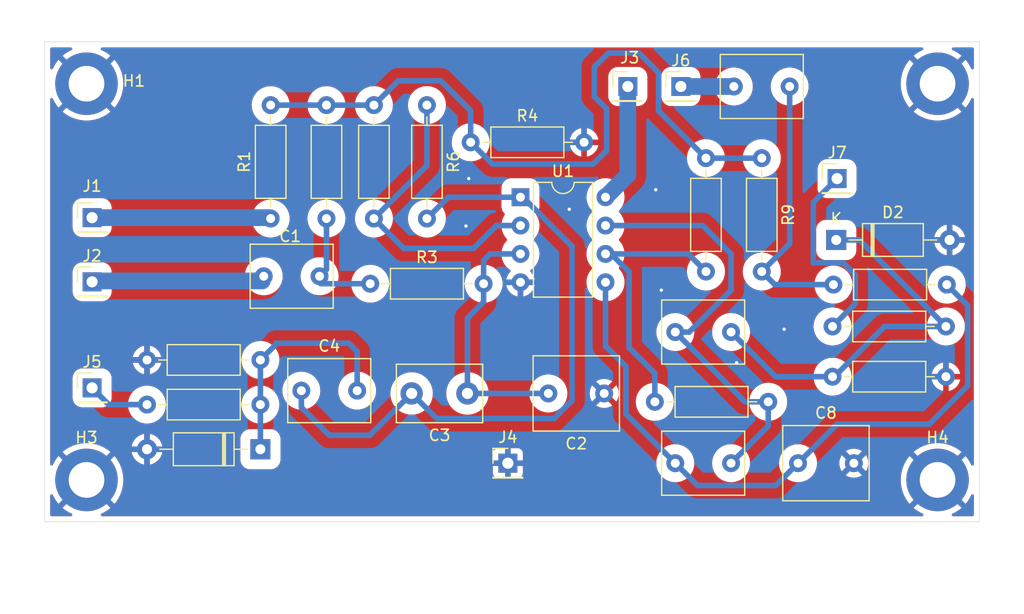
<source format=kicad_pcb>
(kicad_pcb (version 20240108) (generator "pcbnew") (generator_version "8.0")
  (layers (0 "F.Cu" signal) (31 "B.Cu" signal) (34 "B.Paste" user) (35 "F.Paste" user) (36 "B.SilkS" user "B.Silkscreen") (37 "F.SilkS" user "F.Silkscreen") (38 "B.Mask" user) (39 "F.Mask" user) (44 "Edge.Cuts" user))
  (net 0 "")
  (net 1 "GND")
  (net 2 "Net-(J1-Pin_1)")
  (net 3 "Net-(J2-Pin_1)")
  (net 4 "Net-(R1-Pad2)")
  (net 5 "Net-(C1-Pad2)")
  (net 6 "Net-(U1A--)")
  (net 7 "Net-(U1A-+)")
  (net 8 "Net-(C3-Pad2)")
  (net 9 "Net-(J3-Pin_1)")
  (net 10 "Net-(C6-Pad2)")
  (net 11 "Net-(J5-Pin_1)")
  (net 12 "Net-(C5-Pad2)")
  (net 13 "Net-(U1B-+)")
  (net 14 "Net-(D1-K)")
  (net 15 "Net-(D2-K)")
  (net 16 "Net-(J6-Pin_1)")
  (net 17 "Net-(J7-Pin_1)")
  (net 18 "Net-(U1B--)")
  (footprint "Connector_PinHeader_2.54mm:PinHeader_1x01_P2.54mm_Vertical" (layer "F.Cu") (at 142.75 91)
    (property "Reference" "J7" (at 0 -2.33 0) (layer "F.SilkS"))
    (property "Value" "Conn_01x01_Pin" (hide yes))
    (fp_line (start -1.33 -1.33) (end 0 -1.33) (stroke (width 0.12)) (layer "F.SilkS"))
    (fp_line (start -1.33 0) (end -1.33 -1.33) (stroke (width 0.12)) (layer "F.SilkS"))
    (fp_line (start -1.33 1.27) (end -1.33 1.33) (stroke (width 0.12)) (layer "F.SilkS"))
    (fp_line (start -1.33 1.27) (end 1.33 1.27) (stroke (width 0.12)) (layer "F.SilkS"))
    (fp_line (start -1.33 1.33) (end 1.33 1.33) (stroke (width 0.12)) (layer "F.SilkS"))
    (fp_line (start 1.33 1.27) (end 1.33 1.33) (stroke (width 0.12)) (layer "F.SilkS"))
    (pad "1" thru_hole rect (at 0 0) (size 1.7 1.7) (drill 1) (layers "*.Cu" "*.Mask") (net 17 "Net-(J7-Pin_1)"))
  )
  (footprint "Diode_THT:D_A-405_P10.16mm_Horizontal" (layer "F.Cu") (at 142.67 96.5)
    (property "Reference" "D2" (at 5.08 -2.47 0) (layer "F.SilkS"))
    (property "Value" "D_Zener" (hide yes))
    (fp_line (start 1.14 0) (end 2.36 0) (stroke (width 0.12)) (layer "F.SilkS"))
    (fp_line (start 2.36 -1.47) (end 2.36 1.47) (stroke (width 0.12)) (layer "F.SilkS"))
    (fp_line (start 2.36 1.47) (end 7.8 1.47) (stroke (width 0.12)) (layer "F.SilkS"))
    (fp_line (start 3.14 -1.47) (end 3.14 1.47) (stroke (width 0.12)) (layer "F.SilkS"))
    (fp_line (start 3.26 -1.47) (end 3.26 1.47) (stroke (width 0.12)) (layer "F.SilkS"))
    (fp_line (start 3.38 -1.47) (end 3.38 1.47) (stroke (width 0.12)) (layer "F.SilkS"))
    (fp_line (start 7.8 -1.47) (end 2.36 -1.47) (stroke (width 0.12)) (layer "F.SilkS"))
    (fp_line (start 7.8 1.47) (end 7.8 -1.47) (stroke (width 0.12)) (layer "F.SilkS"))
    (fp_line (start 9.02 0) (end 7.8 0) (stroke (width 0.12)) (layer "F.SilkS"))
    (fp_text user "K" (at 0 -1.9 0) (layer "F.SilkS"))
    (pad "1" thru_hole rect (at 0 0) (size 1.8 1.8) (drill 0.9) (layers "*.Cu" "*.Mask") (net 15 "Net-(D2-K)"))
    (pad "2" thru_hole oval (at 10.16 0) (size 1.8 1.8) (drill 0.9) (layers "*.Cu" "*.Mask") (net 1 "GND"))
  )
  (footprint "Resistor_THT:R_Axial_DIN0207_L6.3mm_D2.5mm_P10.16mm_Horizontal" (layer "F.Cu") (at 142.42 100.5)
    (property "Reference" "R14" (hide yes))
    (property "Value" "20 K")
    (fp_line (start 1.04 0) (end 1.81 0) (stroke (width 0.12)) (layer "F.SilkS"))
    (fp_line (start 1.81 -1.37) (end 1.81 1.37) (stroke (width 0.12)) (layer "F.SilkS"))
    (fp_line (start 1.81 1.37) (end 8.35 1.37) (stroke (width 0.12)) (layer "F.SilkS"))
    (fp_line (start 8.35 -1.37) (end 1.81 -1.37) (stroke (width 0.12)) (layer "F.SilkS"))
    (fp_line (start 8.35 1.37) (end 8.35 -1.37) (stroke (width 0.12)) (layer "F.SilkS"))
    (fp_line (start 9.12 0) (end 8.35 0) (stroke (width 0.12)) (layer "F.SilkS"))
    (pad "1" thru_hole circle (at 0 0) (size 1.6 1.6) (drill 0.8) (layers "*.Cu" "*.Mask") (net 12 "Net-(C5-Pad2)"))
    (pad "2" thru_hole oval (at 10.16 0) (size 1.6 1.6) (drill 0.8) (layers "*.Cu" "*.Mask") (net 13 "Net-(U1B-+)"))
  )
  (footprint "Resistor_THT:R_Axial_DIN0207_L6.3mm_D2.5mm_P10.16mm_Horizontal" (layer "F.Cu") (at 101.25 94.58 90)
    (property "Reference" "R5" (hide yes))
    (property "Value" "10 K")
    (fp_line (start 8.35 -1.37) (end 1.81 -1.37) (stroke (width 0.12)) (layer "F.SilkS"))
    (fp_line (start 1.81 -1.37) (end 1.81 1.37) (stroke (width 0.12)) (layer "F.SilkS"))
    (fp_line (start 9.12 0) (end 8.35 0) (stroke (width 0.12)) (layer "F.SilkS"))
    (fp_line (start 1.04 0) (end 1.81 0) (stroke (width 0.12)) (layer "F.SilkS"))
    (fp_line (start 8.35 1.37) (end 8.35 -1.37) (stroke (width 0.12)) (layer "F.SilkS"))
    (fp_line (start 1.81 1.37) (end 8.35 1.37) (stroke (width 0.12)) (layer "F.SilkS"))
    (pad "1" thru_hole circle (at 0 0 90) (size 1.6 1.6) (drill 0.8) (layers "*.Cu" "*.Mask") (net 6 "Net-(U1A--)"))
    (pad "2" thru_hole oval (at 10.16 0 90) (size 1.6 1.6) (drill 0.8) (layers "*.Cu" "*.Mask") (net 4 "Net-(R1-Pad2)"))
  )
  (footprint "Resistor_THT:R_Axial_DIN0207_L6.3mm_D2.5mm_P10.16mm_Horizontal" (layer "F.Cu") (at 91.08 107.25 180)
    (property "Reference" "R7" (hide yes))
    (property "Value" "10 K")
    (fp_line (start 9.12 0) (end 8.35 0) (stroke (width 0.12)) (layer "F.SilkS"))
    (fp_line (start 8.35 1.37) (end 8.35 -1.37) (stroke (width 0.12)) (layer "F.SilkS"))
    (fp_line (start 8.35 -1.37) (end 1.81 -1.37) (stroke (width 0.12)) (layer "F.SilkS"))
    (fp_line (start 1.81 1.37) (end 8.35 1.37) (stroke (width 0.12)) (layer "F.SilkS"))
    (fp_line (start 1.81 -1.37) (end 1.81 1.37) (stroke (width 0.12)) (layer "F.SilkS"))
    (fp_line (start 1.04 0) (end 1.81 0) (stroke (width 0.12)) (layer "F.SilkS"))
    (pad "1" thru_hole circle (at 0 0 180) (size 1.6 1.6) (drill 0.8) (layers "*.Cu" "*.Mask") (net 14 "Net-(D1-K)"))
    (pad "2" thru_hole oval (at 10.16 0 180) (size 1.6 1.6) (drill 0.8) (layers "*.Cu" "*.Mask") (net 1 "GND"))
  )
  (footprint "Resistor_THT:R_Axial_DIN0207_L6.3mm_D2.5mm_P10.16mm_Horizontal" (layer "F.Cu") (at 142.34 104.25)
    (property "Reference" "R13" (hide yes))
    (property "Value" "10 K")
    (fp_line (start 1.04 0) (end 1.81 0) (stroke (width 0.12)) (layer "F.SilkS"))
    (fp_line (start 1.81 -1.37) (end 1.81 1.37) (stroke (width 0.12)) (layer "F.SilkS"))
    (fp_line (start 1.81 1.37) (end 8.35 1.37) (stroke (width 0.12)) (layer "F.SilkS"))
    (fp_line (start 8.35 -1.37) (end 1.81 -1.37) (stroke (width 0.12)) (layer "F.SilkS"))
    (fp_line (start 8.35 1.37) (end 8.35 -1.37) (stroke (width 0.12)) (layer "F.SilkS"))
    (fp_line (start 9.12 0) (end 8.35 0) (stroke (width 0.12)) (layer "F.SilkS"))
    (pad "1" thru_hole circle (at 0 0) (size 1.6 1.6) (drill 0.8) (layers "*.Cu" "*.Mask") (net 17 "Net-(J7-Pin_1)"))
    (pad "2" thru_hole oval (at 10.16 0) (size 1.6 1.6) (drill 0.8) (layers "*.Cu" "*.Mask") (net 15 "Net-(D2-K)"))
  )
  (footprint "Resistor_THT:R_Axial_DIN0207_L6.3mm_D2.5mm_P10.16mm_Horizontal" (layer "F.Cu") (at 142.34 108.75)
    (property "Reference" "R12" (hide yes))
    (property "Value" "10 K")
    (fp_line (start 1.04 0) (end 1.81 0) (stroke (width 0.12)) (layer "F.SilkS"))
    (fp_line (start 1.81 -1.37) (end 1.81 1.37) (stroke (width 0.12)) (layer "F.SilkS"))
    (fp_line (start 1.81 1.37) (end 8.35 1.37) (stroke (width 0.12)) (layer "F.SilkS"))
    (fp_line (start 8.35 -1.37) (end 1.81 -1.37) (stroke (width 0.12)) (layer "F.SilkS"))
    (fp_line (start 8.35 1.37) (end 8.35 -1.37) (stroke (width 0.12)) (layer "F.SilkS"))
    (fp_line (start 9.12 0) (end 8.35 0) (stroke (width 0.12)) (layer "F.SilkS"))
    (pad "1" thru_hole circle (at 0 0) (size 1.6 1.6) (drill 0.8) (layers "*.Cu" "*.Mask") (net 15 "Net-(D2-K)"))
    (pad "2" thru_hole oval (at 10.16 0) (size 1.6 1.6) (drill 0.8) (layers "*.Cu" "*.Mask") (net 1 "GND"))
  )
  (footprint "Resistor_THT:R_Axial_DIN0207_L6.3mm_D2.5mm_P10.16mm_Horizontal" (layer "F.Cu") (at 80.92 111.25)
    (property "Reference" "R8" (hide yes))
    (property "Value" "10 K")
    (fp_line (start 1.04 0) (end 1.81 0) (stroke (width 0.12)) (layer "F.SilkS"))
    (fp_line (start 1.81 -1.37) (end 1.81 1.37) (stroke (width 0.12)) (layer "F.SilkS"))
    (fp_line (start 1.81 1.37) (end 8.35 1.37) (stroke (width 0.12)) (layer "F.SilkS"))
    (fp_line (start 8.35 -1.37) (end 1.81 -1.37) (stroke (width 0.12)) (layer "F.SilkS"))
    (fp_line (start 8.35 1.37) (end 8.35 -1.37) (stroke (width 0.12)) (layer "F.SilkS"))
    (fp_line (start 9.12 0) (end 8.35 0) (stroke (width 0.12)) (layer "F.SilkS"))
    (pad "1" thru_hole circle (at 0 0) (size 1.6 1.6) (drill 0.8) (layers "*.Cu" "*.Mask") (net 11 "Net-(J5-Pin_1)"))
    (pad "2" thru_hole oval (at 10.16 0) (size 1.6 1.6) (drill 0.8) (layers "*.Cu" "*.Mask") (net 14 "Net-(D1-K)"))
  )
  (footprint "Capacitor_THT:C_Rect_L7.5mm_W6.5mm_P5.00mm" (layer "F.Cu") (at 139.25 116.5)
    (property "Reference" "C8" (at 2.5 -4.5 0) (layer "F.SilkS"))
    (property "Value" "20 nF")
    (fp_line (start -1.37 -3.37) (end -1.37 3.37) (stroke (width 0.12)) (layer "F.SilkS"))
    (fp_line (start -1.37 -3.37) (end 6.37 -3.37) (stroke (width 0.12)) (layer "F.SilkS"))
    (fp_line (start -1.37 3.37) (end 6.37 3.37) (stroke (width 0.12)) (layer "F.SilkS"))
    (fp_line (start 6.37 -3.37) (end 6.37 3.37) (stroke (width 0.12)) (layer "F.SilkS"))
    (pad "1" thru_hole circle (at 0 0) (size 1.6 1.6) (drill 0.8) (layers "*.Cu" "*.Mask") (net 13 "Net-(U1B-+)"))
    (pad "2" thru_hole circle (at 5 0) (size 1.6 1.6) (drill 0.8) (layers "*.Cu" "*.Mask") (net 1 "GND"))
  )
  (footprint "Connector_PinHeader_2.54mm:PinHeader_1x01_P2.54mm_Vertical" (layer "F.Cu") (at 124 82.75)
    (property "Reference" "J3" (at 0.17 -2.58 0) (layer "F.SilkS"))
    (property "Value" "Conn_01x01_Pin" (hide yes))
    (fp_line (start -1.33 -1.33) (end 0 -1.33) (stroke (width 0.12)) (layer "F.SilkS"))
    (fp_line (start -1.33 0) (end -1.33 -1.33) (stroke (width 0.12)) (layer "F.SilkS"))
    (fp_line (start -1.33 1.27) (end -1.33 1.33) (stroke (width 0.12)) (layer "F.SilkS"))
    (fp_line (start -1.33 1.27) (end 1.33 1.27) (stroke (width 0.12)) (layer "F.SilkS"))
    (fp_line (start -1.33 1.33) (end 1.33 1.33) (stroke (width 0.12)) (layer "F.SilkS"))
    (fp_line (start 1.33 1.27) (end 1.33 1.33) (stroke (width 0.12)) (layer "F.SilkS"))
    (pad "1" thru_hole rect (at 0 0) (size 1.7 1.7) (drill 1) (layers "*.Cu" "*.Mask") (net 9 "Net-(J3-Pin_1)"))
  )
  (footprint "Capacitor_THT:C_Rect_L7.2mm_W5.5mm_P5.00mm_FKS2_FKP2_MKS2_MKP2" (layer "F.Cu") (at 91.38 99.75)
    (property "Reference" "C1" (at 2.37 -3.58 0) (layer "F.SilkS"))
    (property "Value" "1.5 uF")
    (fp_line (start -1.22 -2.87) (end -1.22 2.87) (stroke (width 0.12)) (layer "F.SilkS"))
    (fp_line (start -1.22 -2.87) (end 6.22 -2.87) (stroke (width 0.12)) (layer "F.SilkS"))
    (fp_line (start -1.22 2.87) (end 6.22 2.87) (stroke (width 0.12)) (layer "F.SilkS"))
    (fp_line (start 6.22 -2.87) (end 6.22 2.87) (stroke (width 0.12)) (layer "F.SilkS"))
    (pad "1" thru_hole circle (at 0 0) (size 1.6 1.6) (drill 0.8) (layers "*.Cu" "*.Mask") (net 3 "Net-(J2-Pin_1)"))
    (pad "2" thru_hole circle (at 5 0) (size 1.6 1.6) (drill 0.8) (layers "*.Cu" "*.Mask") (net 5 "Net-(C1-Pad2)"))
  )
  (footprint "MountingHole:MountingHole_3.2mm_M3_DIN965_Pad_TopBottom" (layer "F.Cu") (at 75.5 82.5)
    (property "Reference" "H1" (at 4.25 -0.25 0) (layer "F.SilkS"))
    (property "Value" "MountingHole_Pad")
    (pad "1" thru_hole circle (at 0 0) (size 3.6 3.6) (drill 3.2) (layers "*.Cu" "*.Mask") (net 1 "GND"))
    (pad "1" connect circle (at 0 0) (size 5.6 5.6) (layers "F.Cu" "F.Mask") (net 1 "GND"))
    (pad "1" connect circle (at 0 0) (size 5.6 5.6) (layers "B.Cu" "B.Mask") (net 1 "GND"))
  )
  (footprint "Capacitor_THT:C_Rect_L7.2mm_W5.5mm_P5.00mm_FKS2_FKP2_MKS2_MKP2" (layer "F.Cu") (at 128.25 116.5)
    (property "Reference" "C6" (hide yes))
    (property "Value" "10 nF")
    (fp_line (start -1.22 -2.87) (end -1.22 2.87) (stroke (width 0.12)) (layer "F.SilkS"))
    (fp_line (start -1.22 -2.87) (end 6.22 -2.87) (stroke (width 0.12)) (layer "F.SilkS"))
    (fp_line (start -1.22 2.87) (end 6.22 2.87) (stroke (width 0.12)) (layer "F.SilkS"))
    (fp_line (start 6.22 -2.87) (end 6.22 2.87) (stroke (width 0.12)) (layer "F.SilkS"))
    (pad "1" thru_hole circle (at 0 0) (size 1.6 1.6) (drill 0.8) (layers "*.Cu" "*.Mask") (net 13 "Net-(U1B-+)"))
    (pad "2" thru_hole circle (at 5 0) (size 1.6 1.6) (drill 0.8) (layers "*.Cu" "*.Mask") (net 10 "Net-(C6-Pad2)"))
  )
  (footprint "Resistor_THT:R_Axial_DIN0207_L6.3mm_D2.5mm_P10.16mm_Horizontal" (layer "F.Cu") (at 92 94.58 90)
    (property "Reference" "R1" (at 5.08 -2.37 90) (layer "F.SilkS"))
    (property "Value" "3 K")
    (fp_line (start 8.35 -1.37) (end 1.81 -1.37) (stroke (width 0.12)) (layer "F.SilkS"))
    (fp_line (start 1.81 -1.37) (end 1.81 1.37) (stroke (width 0.12)) (layer "F.SilkS"))
    (fp_line (start 9.12 0) (end 8.35 0) (stroke (width 0.12)) (layer "F.SilkS"))
    (fp_line (start 1.04 0) (end 1.81 0) (stroke (width 0.12)) (layer "F.SilkS"))
    (fp_line (start 8.35 1.37) (end 8.35 -1.37) (stroke (width 0.12)) (layer "F.SilkS"))
    (fp_line (start 1.81 1.37) (end 8.35 1.37) (stroke (width 0.12)) (layer "F.SilkS"))
    (pad "1" thru_hole circle (at 0 0 90) (size 1.6 1.6) (drill 0.8) (layers "*.Cu" "*.Mask") (net 2 "Net-(J1-Pin_1)"))
    (pad "2" thru_hole oval (at 10.16 0 90) (size 1.6 1.6) (drill 0.8) (layers "*.Cu" "*.Mask") (net 4 "Net-(R1-Pad2)"))
  )
  (footprint "Resistor_THT:R_Axial_DIN0207_L6.3mm_D2.5mm_P10.16mm_Horizontal" (layer "F.Cu") (at 106 84.42 -90)
    (property "Reference" "R6" (at 5.08 -2.37 90) (layer "F.SilkS"))
    (property "Value" "10 K")
    (fp_line (start 1.81 1.37) (end 8.35 1.37) (stroke (width 0.12)) (layer "F.SilkS"))
    (fp_line (start 8.35 1.37) (end 8.35 -1.37) (stroke (width 0.12)) (layer "F.SilkS"))
    (fp_line (start 1.04 0) (end 1.81 0) (stroke (width 0.12)) (layer "F.SilkS"))
    (fp_line (start 9.12 0) (end 8.35 0) (stroke (width 0.12)) (layer "F.SilkS"))
    (fp_line (start 1.81 -1.37) (end 1.81 1.37) (stroke (width 0.12)) (layer "F.SilkS"))
    (fp_line (start 8.35 -1.37) (end 1.81 -1.37) (stroke (width 0.12)) (layer "F.SilkS"))
    (pad "1" thru_hole circle (at 0 0 270) (size 1.6 1.6) (drill 0.8) (layers "*.Cu" "*.Mask") (net 6 "Net-(U1A--)"))
    (pad "2" thru_hole oval (at 10.16 0 270) (size 1.6 1.6) (drill 0.8) (layers "*.Cu" "*.Mask") (net 8 "Net-(C3-Pad2)"))
  )
  (footprint "MountingHole:MountingHole_3.2mm_M3_DIN965_Pad_TopBottom" (layer "F.Cu") (at 75.5 118)
    (property "Reference" "H3" (at 0 -3.8 0) (layer "F.SilkS"))
    (property "Value" "MountingHole_Pad" (hide yes))
    (pad "1" thru_hole circle (at 0 0) (size 3.6 3.6) (drill 3.2) (layers "*.Cu" "*.Mask") (net 1 "GND"))
    (pad "1" connect circle (at 0 0) (size 5.6 5.6) (layers "F.Cu" "F.Mask") (net 1 "GND"))
    (pad "1" connect circle (at 0 0) (size 5.6 5.6) (layers "B.Cu" "B.Mask") (net 1 "GND"))
  )
  (footprint "MountingHole:MountingHole_3.2mm_M3_DIN965_Pad_TopBottom" (layer "F.Cu") (at 151.75 82.5)
    (property "Reference" "H2" (hide yes))
    (property "Value" "MountingHole_Pad")
    (pad "1" thru_hole circle (at 0 0) (size 3.6 3.6) (drill 3.2) (layers "*.Cu" "*.Mask") (net 1 "GND"))
    (pad "1" connect circle (at 0 0) (size 5.6 5.6) (layers "F.Cu" "F.Mask") (net 1 "GND"))
    (pad "1" connect circle (at 0 0) (size 5.6 5.6) (layers "B.Cu" "B.Mask") (net 1 "GND"))
  )
  (footprint "Resistor_THT:R_Axial_DIN0207_L6.3mm_D2.5mm_P10.16mm_Horizontal" (layer "F.Cu") (at 131 89.17 -90)
    (property "Reference" "R10" (hide yes))
    (property "Value" "10 K")
    (fp_line (start 1.81 1.37) (end 8.35 1.37) (stroke (width 0.12)) (layer "F.SilkS"))
    (fp_line (start 8.35 1.37) (end 8.35 -1.37) (stroke (width 0.12)) (layer "F.SilkS"))
    (fp_line (start 1.04 0) (end 1.81 0) (stroke (width 0.12)) (layer "F.SilkS"))
    (fp_line (start 9.12 0) (end 8.35 0) (stroke (width 0.12)) (layer "F.SilkS"))
    (fp_line (start 1.81 -1.37) (end 1.81 1.37) (stroke (width 0.12)) (layer "F.SilkS"))
    (fp_line (start 8.35 -1.37) (end 1.81 -1.37) (stroke (width 0.12)) (layer "F.SilkS"))
    (pad "1" thru_hole circle (at 0 0 270) (size 1.6 1.6) (drill 0.8) (layers "*.Cu" "*.Mask") (net 4 "Net-(R1-Pad2)"))
    (pad "2" thru_hole oval (at 10.16 0 270) (size 1.6 1.6) (drill 0.8) (layers "*.Cu" "*.Mask") (net 18 "Net-(U1B--)"))
  )
  (footprint "Resistor_THT:R_Axial_DIN0207_L6.3mm_D2.5mm_P10.16mm_Horizontal" (layer "F.Cu") (at 100.92 100.42)
    (property "Reference" "R3" (at 5.08 -2.37 0) (layer "F.SilkS"))
    (property "Value" "20 K")
    (fp_line (start 1.04 0) (end 1.81 0) (stroke (width 0.12)) (layer "F.SilkS"))
    (fp_line (start 1.81 -1.37) (end 1.81 1.37) (stroke (width 0.12)) (layer "F.SilkS"))
    (fp_line (start 1.81 1.37) (end 8.35 1.37) (stroke (width 0.12)) (layer "F.SilkS"))
    (fp_line (start 8.35 -1.37) (end 1.81 -1.37) (stroke (width 0.12)) (layer "F.SilkS"))
    (fp_line (start 8.35 1.37) (end 8.35 -1.37) (stroke (width 0.12)) (layer "F.SilkS"))
    (fp_line (start 9.12 0) (end 8.35 0) (stroke (width 0.12)) (layer "F.SilkS"))
    (pad "1" thru_hole circle (at 0 0) (size 1.6 1.6) (drill 0.8) (layers "*.Cu" "*.Mask") (net 5 "Net-(C1-Pad2)"))
    (pad "2" thru_hole oval (at 10.16 0) (size 1.6 1.6) (drill 0.8) (layers "*.Cu" "*.Mask") (net 7 "Net-(U1A-+)"))
  )
  (footprint "Connector_PinHeader_2.54mm:PinHeader_1x01_P2.54mm_Vertical" (layer "F.Cu") (at 76 94.5)
    (property "Reference" "J1" (at 0 -2.83 0) (layer "F.SilkS"))
    (property "Value" "Conn_01x01_Pin" (hide yes))
    (fp_line (start -1.33 -1.33) (end 0 -1.33) (stroke (width 0.12)) (layer "F.SilkS"))
    (fp_line (start -1.33 0) (end -1.33 -1.33) (stroke (width 0.12)) (layer "F.SilkS"))
    (fp_line (start -1.33 1.27) (end -1.33 1.33) (stroke (width 0.12)) (layer "F.SilkS"))
    (fp_line (start -1.33 1.27) (end 1.33 1.27) (stroke (width 0.12)) (layer "F.SilkS"))
    (fp_line (start -1.33 1.33) (end 1.33 1.33) (stroke (width 0.12)) (layer "F.SilkS"))
    (fp_line (start 1.33 1.27) (end 1.33 1.33) (stroke (width 0.12)) (layer "F.SilkS"))
    (pad "1" thru_hole rect (at 0 0) (size 1.7 1.7) (drill 1) (layers "*.Cu" "*.Mask") (net 2 "Net-(J1-Pin_1)"))
  )
  (footprint "Package_DIP:DIP-8_W7.62mm" (layer "F.Cu") (at 114.38 92.67)
    (property "Reference" "U1" (at 3.81 -2.33 0) (layer "F.SilkS"))
    (property "Value" "LM358")
    (fp_line (start 1.16 -1.33) (end 1.16 8.95) (stroke (width 0.12)) (layer "F.SilkS"))
    (fp_line (start 1.16 8.95) (end 6.46 8.95) (stroke (width 0.12)) (layer "F.SilkS"))
    (fp_line (start 2.81 -1.33) (end 1.16 -1.33) (stroke (width 0.12)) (layer "F.SilkS"))
    (fp_line (start 6.46 -1.33) (end 4.81 -1.33) (stroke (width 0.12)) (layer "F.SilkS"))
    (fp_line (start 6.46 8.95) (end 6.46 -1.33) (stroke (width 0.12)) (layer "F.SilkS"))
    (fp_arc (start 4.81 -1.33) (mid 3.81 -0.33) (end 2.81 -1.33) (stroke (width 0.12)) (layer "F.SilkS"))
    (pad "1" thru_hole rect (at 0 0) (size 1.6 1.6) (drill 0.8) (layers "*.Cu" "*.Mask") (net 8 "Net-(C3-Pad2)"))
    (pad "2" thru_hole oval (at 0 2.54) (size 1.6 1.6) (drill 0.8) (layers "*.Cu" "*.Mask") (net 6 "Net-(U1A--)"))
    (pad "3" thru_hole oval (at 0 5.08) (size 1.6 1.6) (drill 0.8) (layers "*.Cu" "*.Mask") (net 7 "Net-(U1A-+)"))
    (pad "4" thru_hole oval (at 0 7.62) (size 1.6 1.6) (drill 0.8) (layers "*.Cu" "*.Mask") (net 1 "GND"))
    (pad "5" thru_hole oval (at 7.62 7.62) (size 1.6 1.6) (drill 0.8) (layers "*.Cu" "*.Mask") (net 13 "Net-(U1B-+)"))
    (pad "6" thru_hole oval (at 7.62 5.08) (size 1.6 1.6) (drill 0.8) (layers "*.Cu" "*.Mask") (net 18 "Net-(U1B--)"))
    (pad "7" thru_hole oval (at 7.62 2.54) (size 1.6 1.6) (drill 0.8) (layers "*.Cu" "*.Mask") (net 10 "Net-(C6-Pad2)"))
    (pad "8" thru_hole oval (at 7.62 0) (size 1.6 1.6) (drill 0.8) (layers "*.Cu" "*.Mask") (net 9 "Net-(J3-Pin_1)"))
  )
  (footprint "Connector_PinHeader_2.54mm:PinHeader_1x01_P2.54mm_Vertical" (layer "F.Cu") (at 128.75 82.75)
    (property "Reference" "J6" (at 0 -2.33 0) (layer "F.SilkS"))
    (property "Value" "Conn_01x01_Pin" (hide yes))
    (fp_line (start -1.33 -1.33) (end 0 -1.33) (stroke (width 0.12)) (layer "F.SilkS"))
    (fp_line (start -1.33 0) (end -1.33 -1.33) (stroke (width 0.12)) (layer "F.SilkS"))
    (fp_line (start -1.33 1.27) (end -1.33 1.33) (stroke (width 0.12)) (layer "F.SilkS"))
    (fp_line (start -1.33 1.27) (end 1.33 1.27) (stroke (width 0.12)) (layer "F.SilkS"))
    (fp_line (start -1.33 1.33) (end 1.33 1.33) (stroke (width 0.12)) (layer "F.SilkS"))
    (fp_line (start 1.33 1.27) (end 1.33 1.33) (stroke (width 0.12)) (layer "F.SilkS"))
    (pad "1" thru_hole rect (at 0 0) (size 1.7 1.7) (drill 1) (layers "*.Cu" "*.Mask") (net 16 "Net-(J6-Pin_1)"))
  )
  (footprint "Resistor_THT:R_Axial_DIN0207_L6.3mm_D2.5mm_P10.16mm_Horizontal" (layer "F.Cu") (at 109.92 87.75)
    (property "Reference" "R4" (at 5.08 -2.37 0) (layer "F.SilkS"))
    (property "Value" "1 K")
    (fp_line (start 1.04 0) (end 1.81 0) (stroke (width 0.12)) (layer "F.SilkS"))
    (fp_line (start 1.81 -1.37) (end 1.81 1.37) (stroke (width 0.12)) (layer "F.SilkS"))
    (fp_line (start 1.81 1.37) (end 8.35 1.37) (stroke (width 0.12)) (layer "F.SilkS"))
    (fp_line (start 8.35 -1.37) (end 1.81 -1.37) (stroke (width 0.12)) (layer "F.SilkS"))
    (fp_line (start 8.35 1.37) (end 8.35 -1.37) (stroke (width 0.12)) (layer "F.SilkS"))
    (fp_line (start 9.12 0) (end 8.35 0) (stroke (width 0.12)) (layer "F.SilkS"))
    (pad "1" thru_hole circle (at 0 0) (size 1.6 1.6) (drill 0.8) (layers "*.Cu" "*.Mask") (net 4 "Net-(R1-Pad2)"))
    (pad "2" thru_hole oval (at 10.16 0) (size 1.6 1.6) (drill 0.8) (layers "*.Cu" "*.Mask") (net 1 "GND"))
  )
  (footprint "Resistor_THT:R_Axial_DIN0207_L6.3mm_D2.5mm_P10.16mm_Horizontal" (layer "F.Cu") (at 136 89.17 -90)
    (property "Reference" "R9" (at 5.08 -2.37 90) (layer "F.SilkS"))
    (property "Value" "51.1k")
    (fp_line (start 1.81 1.37) (end 8.35 1.37) (stroke (width 0.12)) (layer "F.SilkS"))
    (fp_line (start 8.35 1.37) (end 8.35 -1.37) (stroke (width 0.12)) (layer "F.SilkS"))
    (fp_line (start 1.04 0) (end 1.81 0) (stroke (width 0.12)) (layer "F.SilkS"))
    (fp_line (start 9.12 0) (end 8.35 0) (stroke (width 0.12)) (layer "F.SilkS"))
    (fp_line (start 1.81 -1.37) (end 1.81 1.37) (stroke (width 0.12)) (layer "F.SilkS"))
    (fp_line (start 8.35 -1.37) (end 1.81 -1.37) (stroke (width 0.12)) (layer "F.SilkS"))
    (pad "1" thru_hole circle (at 0 0 270) (size 1.6 1.6) (drill 0.8) (layers "*.Cu" "*.Mask") (net 4 "Net-(R1-Pad2)"))
    (pad "2" thru_hole oval (at 10.16 0 270) (size 1.6 1.6) (drill 0.8) (layers "*.Cu" "*.Mask") (net 12 "Net-(C5-Pad2)"))
  )
  (footprint "Capacitor_THT:C_Disc_D7.5mm_W5.0mm_P5.00mm" (layer "F.Cu") (at 109.63 110.25 180)
    (property "Reference" "C3" (at 2.5 -3.75 180) (layer "F.SilkS"))
    (property "Value" "10 nF")
    (fp_line (start 6.37 -2.62) (end 6.37 2.62) (stroke (width 0.12)) (layer "F.SilkS"))
    (fp_line (start -1.37 2.62) (end 6.37 2.62) (stroke (width 0.12)) (layer "F.SilkS"))
    (fp_line (start -1.37 -2.62) (end 6.37 -2.62) (stroke (width 0.12)) (layer "F.SilkS"))
    (fp_line (start -1.37 -2.62) (end -1.37 2.62) (stroke (width 0.12)) (layer "F.SilkS"))
    (pad "1" thru_hole circle (at 0 0 180) (size 2 2) (drill 1) (layers "*.Cu" "*.Mask") (net 7 "Net-(U1A-+)"))
    (pad "2" thru_hole circle (at 5 0 180) (size 2 2) (drill 1) (layers "*.Cu" "*.Mask") (net 8 "Net-(C3-Pad2)"))
  )
  (footprint "Connector_PinHeader_2.54mm:PinHeader_1x01_P2.54mm_Vertical" (layer "F.Cu") (at 76 100.25)
    (property "Reference" "J2" (at 0 -2.33 0) (layer "F.SilkS"))
    (property "Value" "Conn_01x01_Pin")
    (fp_line (start -1.33 -1.33) (end 0 -1.33) (stroke (width 0.12)) (layer "F.SilkS"))
    (fp_line (start -1.33 0) (end -1.33 -1.33) (stroke (width 0.12)) (layer "F.SilkS"))
    (fp_line (start -1.33 1.27) (end -1.33 1.33) (stroke (width 0.12)) (layer "F.SilkS"))
    (fp_line (start -1.33 1.27) (end 1.33 1.27) (stroke (width 0.12)) (layer "F.SilkS"))
    (fp_line (start -1.33 1.33) (end 1.33 1.33) (stroke (width 0.12)) (layer "F.SilkS"))
    (fp_line (start 1.33 1.27) (end 1.33 1.33) (stroke (width 0.12)) (layer "F.SilkS"))
    (pad "1" thru_hole rect (at 0 0) (size 1.7 1.7) (drill 1) (layers "*.Cu" "*.Mask") (net 3 "Net-(J2-Pin_1)"))
  )
  (footprint "Capacitor_THT:C_Rect_L7.2mm_W5.5mm_P5.00mm_FKS2_FKP2_MKS2_MKP2" (layer "F.Cu") (at 94.75 110)
    (property "Reference" "C4" (at 2.5 -4 0) (layer "F.SilkS"))
    (property "Value" "1.5 uF")
    (fp_line (start -1.22 -2.87) (end -1.22 2.87) (stroke (width 0.12)) (layer "F.SilkS"))
    (fp_line (start -1.22 -2.87) (end 6.22 -2.87) (stroke (width 0.12)) (layer "F.SilkS"))
    (fp_line (start -1.22 2.87) (end 6.22 2.87) (stroke (width 0.12)) (layer "F.SilkS"))
    (fp_line (start 6.22 -2.87) (end 6.22 2.87) (stroke (width 0.12)) (layer "F.SilkS"))
    (pad "1" thru_hole circle (at 0 0) (size 1.6 1.6) (drill 0.8) (layers "*.Cu" "*.Mask") (net 8 "Net-(C3-Pad2)"))
    (pad "2" thru_hole circle (at 5 0) (size 1.6 1.6) (drill 0.8) (layers "*.Cu" "*.Mask") (net 14 "Net-(D1-K)"))
  )
  (footprint "Capacitor_THT:C_Rect_L7.5mm_W6.5mm_P5.00mm" (layer "F.Cu") (at 121.88 110.25 180)
    (property "Reference" "C2" (at 2.5 -4.5 0) (layer "F.SilkS"))
    (property "Value" "22 nF")
    (fp_line (start 6.37 -3.37) (end 6.37 3.37) (stroke (width 0.12)) (layer "F.SilkS"))
    (fp_line (start -1.37 3.37) (end 6.37 3.37) (stroke (width 0.12)) (layer "F.SilkS"))
    (fp_line (start -1.37 -3.37) (end 6.37 -3.37) (stroke (width 0.12)) (layer "F.SilkS"))
    (fp_line (start -1.37 -3.37) (end -1.37 3.37) (stroke (width 0.12)) (layer "F.SilkS"))
    (pad "1" thru_hole circle (at 0 0 180) (size 1.6 1.6) (drill 0.8) (layers "*.Cu" "*.Mask") (net 1 "GND"))
    (pad "2" thru_hole circle (at 5 0 180) (size 1.6 1.6) (drill 0.8) (layers "*.Cu" "*.Mask") (net 7 "Net-(U1A-+)"))
  )
  (footprint "Capacitor_THT:C_Rect_L7.2mm_W5.5mm_P5.00mm_FKS2_FKP2_MKS2_MKP2" (layer "F.Cu") (at 128.25 104.75)
    (property "Reference" "C7" (hide yes))
    (property "Value" "1.5 uF")
    (fp_line (start -1.22 -2.87) (end -1.22 2.87) (stroke (width 0.12)) (layer "F.SilkS"))
    (fp_line (start -1.22 -2.87) (end 6.22 -2.87) (stroke (width 0.12)) (layer "F.SilkS"))
    (fp_line (start -1.22 2.87) (end 6.22 2.87) (stroke (width 0.12)) (layer "F.SilkS"))
    (fp_line (start 6.22 -2.87) (end 6.22 2.87) (stroke (width 0.12)) (layer "F.SilkS"))
    (pad "1" thru_hole circle (at 0 0) (size 1.6 1.6) (drill 0.8) (layers "*.Cu" "*.Mask") (net 10 "Net-(C6-Pad2)"))
    (pad "2" thru_hole circle (at 5 0) (size 1.6 1.6) (drill 0.8) (layers "*.Cu" "*.Mask") (net 15 "Net-(D2-K)"))
  )
  (footprint "Connector_PinHeader_2.54mm:PinHeader_1x01_P2.54mm_Vertical" (layer "F.Cu") (at 76 109.75)
    (property "Reference" "J5" (at 0 -2.33 0) (layer "F.SilkS"))
    (property "Value" "Conn_01x01_Pin" (hide yes))
    (fp_line (start -1.33 -1.33) (end 0 -1.33) (stroke (width 0.12)) (layer "F.SilkS"))
    (fp_line (start -1.33 0) (end -1.33 -1.33) (stroke (width 0.12)) (layer "F.SilkS"))
    (fp_line (start -1.33 1.27) (end -1.33 1.33) (stroke (width 0.12)) (layer "F.SilkS"))
    (fp_line (start -1.33 1.27) (end 1.33 1.27) (stroke (width 0.12)) (layer "F.SilkS"))
    (fp_line (start -1.33 1.33) (end 1.33 1.33) (stroke (width 0.12)) (layer "F.SilkS"))
    (fp_line (start 1.33 1.27) (end 1.33 1.33) (stroke (width 0.12)) (layer "F.SilkS"))
    (pad "1" thru_hole rect (at 0 0) (size 1.7 1.7) (drill 1) (layers "*.Cu" "*.Mask") (net 11 "Net-(J5-Pin_1)"))
  )
  (footprint "Resistor_THT:R_Axial_DIN0207_L6.3mm_D2.5mm_P10.16mm_Horizontal" (layer "F.Cu") (at 126.42 111)
    (property "Reference" "R11" (hide yes))
    (property "Value" "10 K")
    (fp_line (start 1.04 0) (end 1.81 0) (stroke (width 0.12)) (layer "F.SilkS"))
    (fp_line (start 1.81 -1.37) (end 1.81 1.37) (stroke (width 0.12)) (layer "F.SilkS"))
    (fp_line (start 1.81 1.37) (end 8.35 1.37) (stroke (width 0.12)) (layer "F.SilkS"))
    (fp_line (start 8.35 -1.37) (end 1.81 -1.37) (stroke (width 0.12)) (layer "F.SilkS"))
    (fp_line (start 8.35 1.37) (end 8.35 -1.37) (stroke (width 0.12)) (layer "F.SilkS"))
    (fp_line (start 9.12 0) (end 8.35 0) (stroke (width 0.12)) (layer "F.SilkS"))
    (pad "1" thru_hole circle (at 0 0) (size 1.6 1.6) (drill 0.8) (layers "*.Cu" "*.Mask") (net 18 "Net-(U1B--)"))
    (pad "2" thru_hole oval (at 10.16 0) (size 1.6 1.6) (drill 0.8) (layers "*.Cu" "*.Mask") (net 10 "Net-(C6-Pad2)"))
  )
  (footprint "MountingHole:MountingHole_3.2mm_M3_DIN965_Pad_TopBottom" (layer "F.Cu") (at 151.75 118)
    (property "Reference" "H4" (at 0 -3.8 0) (layer "F.SilkS"))
    (property "Value" "MountingHole_Pad" (hide yes))
    (pad "1" thru_hole circle (at 0 0) (size 3.6 3.6) (drill 3.2) (layers "*.Cu" "*.Mask") (net 1 "GND"))
    (pad "1" connect circle (at 0 0) (size 5.6 5.6) (layers "F.Cu" "F.Mask") (net 1 "GND"))
    (pad "1" connect circle (at 0 0) (size 5.6 5.6) (layers "B.Cu" "B.Mask") (net 1 "GND"))
  )
  (footprint "Capacitor_THT:C_Rect_L7.2mm_W5.5mm_P5.00mm_FKS2_FKP2_MKS2_MKP2" (layer "F.Cu") (at 133.5 82.75)
    (property "Reference" "C5" (hide yes))
    (property "Value" "1.5 uF")
    (fp_line (start -1.22 -2.87) (end -1.22 2.87) (stroke (width 0.12)) (layer "F.SilkS"))
    (fp_line (start -1.22 -2.87) (end 6.22 -2.87) (stroke (width 0.12)) (layer "F.SilkS"))
    (fp_line (start -1.22 2.87) (end 6.22 2.87) (stroke (width 0.12)) (layer "F.SilkS"))
    (fp_line (start 6.22 -2.87) (end 6.22 2.87) (stroke (width 0.12)) (layer "F.SilkS"))
    (pad "1" thru_hole circle (at 0 0) (size 1.6 1.6) (drill 0.8) (layers "*.Cu" "*.Mask") (net 16 "Net-(J6-Pin_1)"))
    (pad "2" thru_hole circle (at 5 0) (size 1.6 1.6) (drill 0.8) (layers "*.Cu" "*.Mask") (net 12 "Net-(C5-Pad2)"))
  )
  (footprint "Diode_THT:D_A-405_P10.16mm_Horizontal" (layer "F.Cu") (at 91.08 115.25 180)
    (property "Reference" "D1" (hide yes))
    (property "Value" "D_Zener" (hide yes))
    (fp_line (start 9.02 0) (end 7.8 0) (stroke (width 0.12)) (layer "F.SilkS"))
    (fp_line (start 7.8 1.47) (end 7.8 -1.47) (stroke (width 0.12)) (layer "F.SilkS"))
    (fp_line (start 7.8 -1.47) (end 2.36 -1.47) (stroke (width 0.12)) (layer "F.SilkS"))
    (fp_line (start 3.38 -1.47) (end 3.38 1.47) (stroke (width 0.12)) (layer "F.SilkS"))
    (fp_line (start 3.26 -1.47) (end 3.26 1.47) (stroke (width 0.12)) (layer "F.SilkS"))
    (fp_line (start 3.14 -1.47) (end 3.14 1.47) (stroke (width 0.12)) (layer "F.SilkS"))
    (fp_line (start 2.36 1.47) (end 7.8 1.47) (stroke (width 0.12)) (layer "F.SilkS"))
    (fp_line (start 2.36 -1.47) (end 2.36 1.47) (stroke (width 0.12)) (layer "F.SilkS"))
    (fp_line (start 1.14 0) (end 2.36 0) (stroke (width 0.12)) (layer "F.SilkS"))
    (pad "1" thru_hole rect (at 0 0 180) (size 1.8 1.8) (drill 0.9) (layers "*.Cu" "*.Mask") (net 14 "Net-(D1-K)"))
    (pad "2" thru_hole oval (at 10.16 0 180) (size 1.8 1.8) (drill 0.9) (layers "*.Cu" "*.Mask") (net 1 "GND"))
  )
  (footprint "Resistor_THT:R_Axial_DIN0207_L6.3mm_D2.5mm_P10.16mm_Horizontal" (layer "F.Cu") (at 97 84.42 -90)
    (property "Reference" "R2" (hide yes))
    (property "Value" "51.1 K")
    (fp_line (start 1.81 1.37) (end 8.35 1.37) (stroke (width 0.12)) (layer "F.SilkS"))
    (fp_line (start 8.35 1.37) (end 8.35 -1.37) (stroke (width 0.12)) (layer "F.SilkS"))
    (fp_line (start 1.04 0) (end 1.81 0) (stroke (width 0.12)) (layer "F.SilkS"))
    (fp_line (start 9.12 0) (end 8.35 0) (stroke (width 0.12)) (layer "F.SilkS"))
    (fp_line (start 1.81 -1.37) (end 1.81 1.37) (stroke (width 0.12)) (layer "F.SilkS"))
    (fp_line (start 8.35 -1.37) (end 1.81 -1.37) (stroke (width 0.12)) (layer "F.SilkS"))
    (pad "1" thru_hole circle (at 0 0 270) (size 1.6 1.6) (drill 0.8) (layers "*.Cu" "*.Mask") (net 4 "Net-(R1-Pad2)"))
    (pad "2" thru_hole oval (at 10.16 0 270) (size 1.6 1.6) (drill 0.8) (layers "*.Cu" "*.Mask") (net 5 "Net-(C1-Pad2)"))
  )
  (footprint "Connector_PinHeader_2.54mm:PinHeader_1x01_P2.54mm_Vertical" (layer "F.Cu") (at 113.25 116.5)
    (property "Reference" "J4" (at 0 -2.33 0) (layer "F.SilkS"))
    (property "Value" "Conn_01x01_Pin")
    (fp_line (start -1.33 -1.33) (end 0 -1.33) (stroke (width 0.12)) (layer "F.SilkS"))
    (fp_line (start -1.33 0) (end -1.33 -1.33) (stroke (width 0.12)) (layer "F.SilkS"))
    (fp_line (start -1.33 1.27) (end -1.33 1.33) (stroke (width 0.12)) (layer "F.SilkS"))
    (fp_line (start -1.33 1.27) (end 1.33 1.27) (stroke (width 0.12)) (layer "F.SilkS"))
    (fp_line (start -1.33 1.33) (end 1.33 1.33) (stroke (width 0.12)) (layer "F.SilkS"))
    (fp_line (start 1.33 1.27) (end 1.33 1.33) (stroke (width 0.12)) (layer "F.SilkS"))
    (pad "1" thru_hole rect (at 0 0) (size 1.7 1.7) (drill 1) (layers "*.Cu" "*.Mask") (net 1 "GND"))
  )
  (gr_rect (start 71.75 78.75) (end 155.5 121.75) (stroke (width 0.05)) (fill none) (layer "Edge.Cuts"))
  (via (at 138 104.5) (size 0.6) (drill 0.3) (layers "F.Cu" "B.Cu") (net 1))
  (via (at 118.75 93.75) (size 0.6) (drill 0.3) (layers "F.Cu" "B.Cu") (net 1))
  (via (at 127 101) (size 0.6) (drill 0.3) (layers "F.Cu" "B.Cu") (net 1))
  (via (at 109.5 95.25) (size 0.6) (drill 0.3) (layers "F.Cu" "B.Cu") (net 1))
  (via (at 109.75 91) (size 0.6) (drill 0.3) (layers "F.Cu" "B.Cu") (net 1))
  (via (at 133.75 107.5) (size 0.6) (drill 0.3) (layers "F.Cu" "B.Cu") (net 1))
  (via (at 126.5 92) (size 0.6) (drill 0.3) (layers "F.Cu" "B.Cu") (net 1))
  (segment (start 76 94.5) (end 91.92 94.5) (width 1.5) (layer "B.Cu") (net 2))
  (segment (start 91.92 94.5) (end 92 94.58) (width 0.5) (layer "B.Cu") (net 2))
  (segment (start 76.08 100.17) (end 76 100.25) (width 1.5) (layer "B.Cu") (net 3))
  (segment (start 91.25 100.17) (end 76.08 100.17) (width 1.5) (layer "B.Cu") (net 3))
  (segment (start 103.42 82.25) (end 101.25 84.42) (width 0.5) (layer "B.Cu") (net 4))
  (segment (start 122.1 84.75) (end 121 83.65) (width 0.5) (layer "B.Cu") (net 4))
  (segment (start 107.25 82.25) (end 103.42 82.25) (width 0.5) (layer "B.Cu") (net 4))
  (segment (start 121 81) (end 122.25 79.75) (width 0.5) (layer "B.Cu") (net 4))
  (segment (start 122.25 79.75) (end 125 79.75) (width 0.5) (layer "B.Cu") (net 4))
  (segment (start 126.75 84.92) (end 131 89.17) (width 0.5) (layer "B.Cu") (net 4))
  (segment (start 109.92 87.75) (end 109.92 84.92) (width 0.5) (layer "B.Cu") (net 4))
  (segment (start 97 84.42) (end 92 84.42) (width 0.5) (layer "B.Cu") (net 4))
  (segment (start 111.87 89.7) (end 120.887717 89.7) (width 0.5) (layer "B.Cu") (net 4))
  (segment (start 109.92 84.92) (end 107.25 82.25) (width 0.5) (layer "B.Cu") (net 4))
  (segment (start 122.1 88.487717) (end 122.1 84.75) (width 0.5) (layer "B.Cu") (net 4))
  (segment (start 109.92 87.75) (end 111.87 89.7) (width 0.5) (layer "B.Cu") (net 4))
  (segment (start 121 83.65) (end 121 81) (width 0.5) (layer "B.Cu") (net 4))
  (segment (start 126.75 81.5) (end 126.75 84.92) (width 0.5) (layer "B.Cu") (net 4))
  (segment (start 120.887717 89.7) (end 122.1 88.487717) (width 0.5) (layer "B.Cu") (net 4))
  (segment (start 101.25 84.42) (end 97 84.42) (width 0.5) (layer "B.Cu") (net 4))
  (segment (start 136 89.17) (end 131 89.17) (width 0.5) (layer "B.Cu") (net 4))
  (segment (start 125 79.75) (end 126.75 81.5) (width 0.5) (layer "B.Cu") (net 4))
  (segment (start 100.92 100.42) (end 96.5 100.42) (width 0.5) (layer "B.Cu") (net 5))
  (segment (start 97 99.13) (end 96.38 99.75) (width 0.5) (layer "B.Cu") (net 5))
  (segment (start 96.5 100.42) (end 96.25 100.17) (width 0.5) (layer "B.Cu") (net 5))
  (segment (start 97 94.58) (end 97 99.13) (width 0.5) (layer "B.Cu") (net 5))
  (segment (start 106 89.83) (end 101.25 94.58) (width 0.5) (layer "B.Cu") (net 6))
  (segment (start 106 84.42) (end 106 89.83) (width 0.5) (layer "B.Cu") (net 6))
  (segment (start 110.190101 97.25) (end 112.230101 95.21) (width 0.5) (layer "B.Cu") (net 6))
  (segment (start 101.25 94.58) (end 103.92 97.25) (width 0.5) (layer "B.Cu") (net 6))
  (segment (start 103.92 97.25) (end 110.190101 97.25) (width 0.5) (layer "B.Cu") (net 6))
  (segment (start 112.230101 95.21) (end 114.38 95.21) (width 0.5) (layer "B.Cu") (net 6))
  (segment (start 111.08 102.05) (end 109.63 103.5) (width 0.5) (layer "B.Cu") (net 7))
  (segment (start 109.63 103.5) (end 109.63 110.25) (width 0.5) (layer "B.Cu") (net 7))
  (segment (start 111.67 97.75) (end 114.38 97.75) (width 0.5) (layer "B.Cu") (net 7))
  (segment (start 111.08 100.42) (end 111.08 102.05) (width 0.5) (layer "B.Cu") (net 7))
  (segment (start 116.88 110.25) (end 109.63 110.25) (width 0.5) (layer "B.Cu") (net 7))
  (segment (start 111.08 98.34) (end 111.67 97.75) (width 0.5) (layer "B.Cu") (net 7))
  (segment (start 111.08 100.42) (end 111.08 98.34) (width 0.5) (layer "B.Cu") (net 7))
  (segment (start 94.75 110) (end 94.75 111.5) (width 0.5) (layer "B.Cu") (net 8))
  (segment (start 104.63 110.25) (end 106.88 112.5) (width 0.5) (layer "B.Cu") (net 8))
  (segment (start 119 97.072283) (end 114.597717 92.67) (width 0.5) (layer "B.Cu") (net 8))
  (segment (start 107.91 92.67) (end 114.38 92.67) (width 0.5) (layer "B.Cu") (net 8))
  (segment (start 94.75 111.5) (end 97.25 114) (width 0.5) (layer "B.Cu") (net 8))
  (segment (start 114.597717 92.67) (end 114.38 92.67) (width 0.5) (layer "B.Cu") (net 8))
  (segment (start 106 94.58) (end 107.91 92.67) (width 0.5) (layer "B.Cu") (net 8))
  (segment (start 97.25 114) (end 100.88 114) (width 0.5) (layer "B.Cu") (net 8))
  (segment (start 100.88 114) (end 104.63 110.25) (width 0.5) (layer "B.Cu") (net 8))
  (segment (start 106.88 112.5) (end 117.387717 112.5) (width 0.5) (layer "B.Cu") (net 8))
  (segment (start 117.387717 112.5) (end 119 110.887717) (width 0.5) (layer "B.Cu") (net 8))
  (segment (start 119 110.887717) (end 119 97.072283) (width 0.5) (layer "B.Cu") (net 8))
  (segment (start 124 82.75) (end 124 90.67) (width 1.5) (layer "B.Cu") (net 9))
  (segment (start 124 90.67) (end 122 92.67) (width 1.5) (layer "B.Cu") (net 9))
  (segment (start 134.5 111) (end 128.25 104.75) (width 0.5) (layer "B.Cu") (net 10))
  (segment (start 133.25 97.75) (end 130.71 95.21) (width 0.5) (layer "B.Cu") (net 10))
  (segment (start 129.5 104.75) (end 133.25 101) (width 0.5) (layer "B.Cu") (net 10))
  (segment (start 136.58 111) (end 136.58 113.17) (width 0.5) (layer "B.Cu") (net 10))
  (segment (start 133.25 101) (end 133.25 97.75) (width 0.5) (layer "B.Cu") (net 10))
  (segment (start 128.25 104.75) (end 129.5 104.75) (width 0.5) (layer "B.Cu") (net 10))
  (segment (start 122 95.21) (end 130.71 95.21) (width 0.5) (layer "B.Cu") (net 10))
  (segment (start 136.58 111) (end 134.5 111) (width 0.5) (layer "B.Cu") (net 10))
  (segment (start 136.58 113.17) (end 133.25 116.5) (width 0.5) (layer "B.Cu") (net 10))
  (segment (start 77.5 111.25) (end 76 109.75) (width 0.5) (layer "B.Cu") (net 11))
  (segment (start 80.92 111.25) (end 77.5 111.25) (width 0.5) (layer "B.Cu") (net 11))
  (segment (start 142.42 100.5) (end 137.17 100.5) (width 0.5) (layer "B.Cu") (net 12))
  (segment (start 138.5 82.75) (end 138.5 96.83) (width 0.5) (layer "B.Cu") (net 12))
  (segment (start 137.17 100.5) (end 136 99.33) (width 0.5) (layer "B.Cu") (net 12))
  (segment (start 138.5 96.83) (end 136 99.33) (width 0.5) (layer "B.Cu") (net 12))
  (segment (start 139.25 116.5) (end 137.25 118.5) (width 0.5) (layer "B.Cu") (net 13))
  (segment (start 151.007717 113) (end 142.75 113) (width 0.5) (layer "B.Cu") (net 13))
  (segment (start 154.45 102.37) (end 154.45 109.557717) (width 0.5) (layer "B.Cu") (net 13))
  (segment (start 152.58 100.5) (end 154.45 102.37) (width 0.5) (layer "B.Cu") (net 13))
  (segment (start 130.25 118.5) (end 128.25 116.5) (width 0.5) (layer "B.Cu") (net 13))
  (segment (start 123.83 112.08) (end 123.83 107.83) (width 0.5) (layer "B.Cu") (net 13))
  (segment (start 137.25 118.5) (end 130.25 118.5) (width 0.5) (layer "B.Cu") (net 13))
  (segment (start 123.83 107.83) (end 122 106) (width 0.5) (layer "B.Cu") (net 13))
  (segment (start 154.45 109.557717) (end 151.007717 113) (width 0.5) (layer "B.Cu") (net 13))
  (segment (start 128.25 116.5) (end 123.83 112.08) (width 0.5) (layer "B.Cu") (net 13))
  (segment (start 142.75 113) (end 139.25 116.5) (width 0.5) (layer "B.Cu") (net 13))
  (segment (start 122 106) (end 122 100.29) (width 0.5) (layer "B.Cu") (net 13))
  (segment (start 92.5 105.83) (end 91.08 107.25) (width 0.5) (layer "B.Cu") (net 14))
  (segment (start 92.5 105.75) (end 92.5 105.83) (width 0.5) (layer "B.Cu") (net 14))
  (segment (start 99.75 106.5) (end 99 105.75) (width 0.5) (layer "B.Cu") (net 14))
  (segment (start 99 105.75) (end 92.5 105.75) (width 0.5) (layer "B.Cu") (net 14))
  (segment (start 91.08 107.25) (end 91.08 111.25) (width 0.5) (layer "B.Cu") (net 14))
  (segment (start 99.75 110) (end 99.75 106.5) (width 0.5) (layer "B.Cu") (net 14))
  (segment (start 91.08 111.25) (end 91.08 115.25) (width 0.5) (layer "B.Cu") (net 14))
  (segment (start 147 104.25) (end 152.5 104.25) (width 0.5) (layer "B.Cu") (net 15))
  (segment (start 142.34 108.75) (end 137.25 108.75) (width 0.5) (layer "B.Cu") (net 15))
  (segment (start 142.67 96.5) (end 144.75 96.5) (width 0.5) (layer "B.Cu") (net 15))
  (segment (start 142.5 108.75) (end 147 104.25) (width 0.5) (layer "B.Cu") (net 15))
  (segment (start 137.25 108.75) (end 133.25 104.75) (width 0.5) (layer "B.Cu") (net 15))
  (segment (start 142.34 108.75) (end 142.5 108.75) (width 0.5) (layer "B.Cu") (net 15))
  (segment (start 144.75 96.5) (end 152.5 104.25) (width 0.5) (layer "B.Cu") (net 15))
  (segment (start 128.75 82.75) (end 133.5 82.75) (width 1.5) (layer "B.Cu") (net 16))
  (segment (start 140.62 93.13) (end 140.62 98.55) (width 0.5) (layer "B.Cu") (net 17))
  (segment (start 140.62 98.55) (end 143.3 98.55) (width 0.5) (layer "B.Cu") (net 17))
  (segment (start 144.37 102.22) (end 142.34 104.25) (width 0.5) (layer "B.Cu") (net 17))
  (segment (start 142.75 91) (end 140.62 93.13) (width 0.5) (layer "B.Cu") (net 17))
  (segment (start 144.37 99.62) (end 144.37 102.22) (width 0.5) (layer "B.Cu") (net 17))
  (segment (start 143.3 98.55) (end 144.37 99.62) (width 0.5) (layer "B.Cu") (net 17))
  (segment (start 122.5 97.75) (end 124.114949 99.364949) (width 0.5) (layer "B.Cu") (net 18))
  (segment (start 126.42 108.440102) (end 126.42 111) (width 0.5) (layer "B.Cu") (net 18))
  (segment (start 122 97.75) (end 122.5 97.75) (width 0.5) (layer "B.Cu") (net 18))
  (segment (start 124.114949 106.135051) (end 126.42 108.440102) (width 0.5) (layer "B.Cu") (net 18))
  (segment (start 129.42 97.75) (end 122 97.75) (width 0.5) (layer "B.Cu") (net 18))
  (segment (start 124.114949 99.364949) (end 124.114949 106.135051) (width 0.5) (layer "B.Cu") (net 18))
  (segment (start 131 99.33) (end 129.42 97.75) (width 0.5) (layer "B.Cu") (net 18))
  (zone (net 1) (net_name "GND") (layers "F&B.Cu") (connect_pads (clearance 0.5)) (min_thickness 0.25) (fill yes (thermal_gap 0.5) (thermal_bridge_width 0.5))
    (polygon (pts (xy 67.75 75.25) (xy 159.5 75.5) (xy 159.5 128.75) (xy 67.75 130) (xy 67.75 75) (xy 68.75 75.75) (xy 68.5 75.25)))
  )
)
</source>
